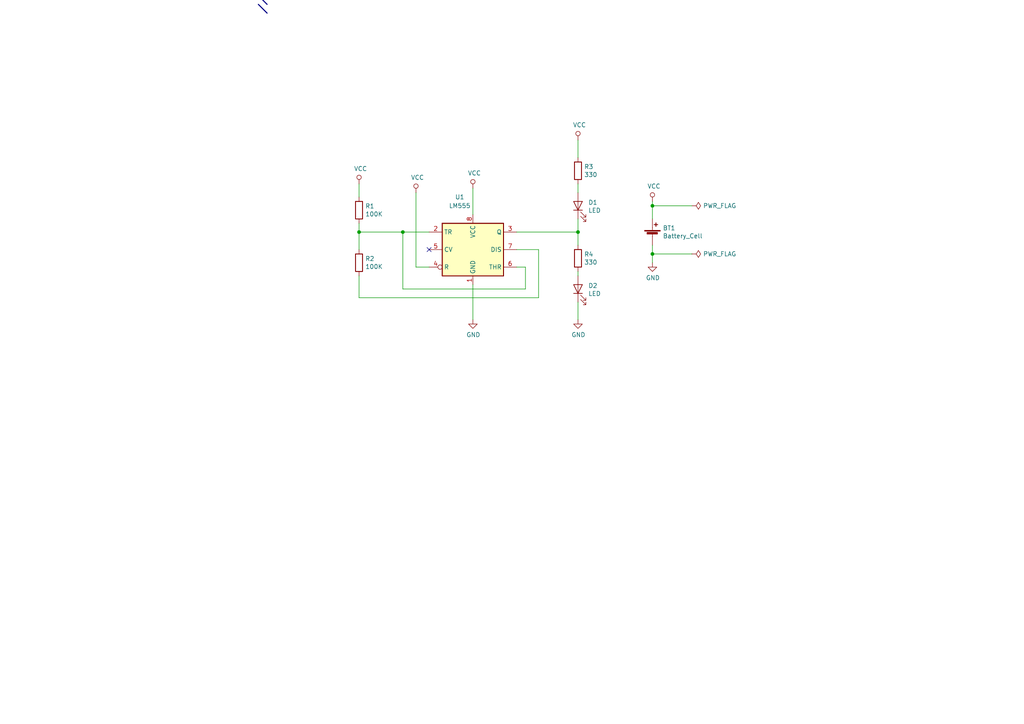
<source format=kicad_sch>
(kicad_sch (version 20211123) (generator eeschema)
  (paper "A4")
  (lib_symbols
    (symbol "555-blinker-rescue:Battery_Cell-Device" (pin_numbers hide) (pin_names (offset 0) hide)
      (property "Reference" "BT" (at 2.54 2.54 0))
      (property "Value" "Battery_Cell-Device" (at 2.54 0 0))
      (symbol "Battery_Cell-Device_0_1"
        (rectangle (start -2.286 1.778) (end 2.286 1.524) (fill (type outline)))
        (rectangle (start -1.5748 1.1938) (end 1.4732 0.6858) (fill (type outline)))
        (polyline (pts (xy 0 0.762) (xy 0 0)))
        (polyline (pts (xy 0 1.778) (xy 0 2.54)))
        (polyline (pts (xy 0.508 3.429) (xy 1.524 3.429)) (stroke (width 0.254)))
        (polyline (pts (xy 1.016 3.937) (xy 1.016 2.921)) (stroke (width 0.254)))
      )
      (symbol "Battery_Cell-Device_1_1"
        (pin passive line (at 0 5.08 270) (length 2.54) (name "+") (number "1"))
        (pin passive line (at 0 -2.54 90) (length 2.54) (name "-") (number "2"))
      )
    )
    (symbol "555-blinker-rescue:GND-power" (power) (pin_names (offset 0))
      (property "Value" "GND-power" (at 0 -3.81 0))
      (symbol "GND-power_0_1"
        (polyline (pts (xy 0 0) (xy 0 -1.27) (xy 1.27 -1.27) (xy 0 -2.54) (xy -1.27 -1.27) (xy 0 -1.27)))
      )
      (symbol "GND-power_1_1"
        (pin power_in line (at 0 0 270) (length 0) hide (name "GND") (number "1"))
      )
    )
    (symbol "555-blinker-rescue:LED-Device" (pin_numbers hide) (pin_names (offset 1.016) hide)
      (property "Reference" "D" (at 0 2.54 0))
      (property "Value" "LED-Device" (at 0 -2.54 0))
      (symbol "LED-Device_0_1"
        (polyline (pts (xy -1.27 -1.27) (xy -1.27 1.27)) (stroke (width 0.2032)))
        (polyline (pts (xy -1.27 0) (xy 1.27 0)))
        (polyline (pts (xy 1.27 -1.27) (xy 1.27 1.27) (xy -1.27 0) (xy 1.27 -1.27)) (stroke (width 0.2032)))
        (polyline (pts (xy -3.048 -0.762) (xy -4.572 -2.286) (xy -3.81 -2.286) (xy -4.572 -2.286) (xy -4.572 -1.524)))
        (polyline (pts (xy -1.778 -0.762) (xy -3.302 -2.286) (xy -2.54 -2.286) (xy -3.302 -2.286) (xy -3.302 -1.524)))
      )
      (symbol "LED-Device_1_1"
        (pin passive line (at -3.81 0 0) (length 2.54) (name "K") (number "1"))
        (pin passive line (at 3.81 0 180) (length 2.54) (name "A") (number "2"))
      )
    )
    (symbol "555-blinker-rescue:LM555-Timer"
      (property "Reference" "U" (at -10.16 8.89 0))
      (property "Value" "LM555-Timer" (at 2.54 8.89 0))
      (symbol "LM555-Timer_0_0"
        (pin power_in line (at 0 -10.16 90) (length 2.54) (name "GND") (number "1"))
        (pin power_in line (at 0 10.16 270) (length 2.54) (name "VCC") (number "8"))
      )
      (symbol "LM555-Timer_0_1"
        (rectangle (start -8.89 -7.62) (end 8.89 7.62) (stroke (width 0.254)) (fill (type background)))
        (rectangle (start -8.89 -7.62) (end 8.89 7.62) (stroke (width 0.254)) (fill (type background)))
      )
      (symbol "LM555-Timer_1_1"
        (pin input line (at -12.7 5.08 0) (length 3.81) (name "TR") (number "2"))
        (pin output line (at 12.7 5.08 180) (length 3.81) (name "Q") (number "3"))
        (pin input inverted (at -12.7 -5.08 0) (length 3.81) (name "R") (number "4"))
        (pin input line (at -12.7 0 0) (length 3.81) (name "CV") (number "5"))
        (pin input line (at 12.7 -5.08 180) (length 3.81) (name "THR") (number "6"))
        (pin input line (at 12.7 0 180) (length 3.81) (name "DIS") (number "7"))
      )
    )
    (symbol "555-blinker-rescue:PWR_FLAG-power" (power) (pin_numbers hide) (pin_names (offset 0) hide)
      (property "Value" "PWR_FLAG-power" (at 0 3.81 0))
      (symbol "PWR_FLAG-power_0_0"
        (pin power_out line (at 0 0 90) (length 0) (name "pwr") (number "1"))
      )
      (symbol "PWR_FLAG-power_0_1"
        (polyline (pts (xy 0 0) (xy 0 1.27) (xy -1.016 1.905) (xy 0 2.54) (xy 1.016 1.905) (xy 0 1.27)))
      )
    )
    (symbol "555-blinker-rescue:R-Device" (pin_numbers hide) (pin_names (offset 0))
      (property "Reference" "R" (at 2.032 0 90))
      (property "Value" "R-Device" (at 0 0 90))
      (symbol "R-Device_0_1"
        (rectangle (start -1.016 -2.54) (end 1.016 2.54) (stroke (width 0.254)))
      )
      (symbol "R-Device_1_1"
        (pin passive line (at 0 3.81 270) (length 1.27) (name "~") (number "1"))
        (pin passive line (at 0 -3.81 90) (length 1.27) (name "~") (number "2"))
      )
    )
    (symbol "555-blinker-rescue:VCC-power" (power) (pin_names (offset 0))
      (property "Value" "VCC-power" (at 0 3.81 0))
      (symbol "VCC-power_0_1"
        (polyline (pts (xy 0 0) (xy 0 1.27)))
        (circle (center 0 1.905) (radius 0.635))
      )
      (symbol "VCC-power_1_1"
        (pin power_in line (at 0 0 90) (length 0) hide (name "VCC") (number "1"))
      )
    )
  )
  (junction (at 189.23 73.66))
  (junction (at 104.14 67.31))
  (junction (at 116.84 67.31))
  (junction (at 189.23 59.69))
  (junction (at 167.64 67.31))
  (no_connect (at 124.46 72.39))
  (wire (pts (xy 149.86 67.31) (xy 167.64 67.31)))
  (wire (pts (xy 167.64 63.5) (xy 167.64 67.31)))
  (wire (pts (xy 149.86 72.39) (xy 156.21 72.39)))
  (wire (pts (xy 167.64 40.64) (xy 167.64 45.72)))
  (wire (pts (xy 156.21 72.39) (xy 156.21 86.36)))
  (wire (pts (xy 152.4 77.47) (xy 152.4 83.82)))
  (bus (pts (xy 74.93 -1.27) (xy 77.47 1.27)))
  (wire (pts (xy 167.64 67.31) (xy 167.64 71.12)))
  (wire (pts (xy 152.4 83.82) (xy 116.84 83.82)))
  (wire (pts (xy 189.23 71.12) (xy 189.23 73.66)))
  (wire (pts (xy 189.23 73.66) (xy 189.23 76.2)))
  (wire (pts (xy 167.64 78.74) (xy 167.64 80.01)))
  (bus (pts (xy 74.93 1.27) (xy 77.47 3.81)))
  (wire (pts (xy 137.16 54.61) (xy 137.16 62.23)))
  (wire (pts (xy 124.46 67.31) (xy 116.84 67.31)))
  (wire (pts (xy 189.23 59.69) (xy 189.23 63.5)))
  (wire (pts (xy 104.14 53.34) (xy 104.14 57.15)))
  (wire (pts (xy 120.65 77.47) (xy 124.46 77.47)))
  (wire (pts (xy 104.14 67.31) (xy 104.14 72.39)))
  (bus (pts (xy 74.93 -3.81) (xy 77.47 -1.27)))
  (wire (pts (xy 120.65 55.88) (xy 120.65 77.47)))
  (wire (pts (xy 149.86 77.47) (xy 152.4 77.47)))
  (wire (pts (xy 137.16 82.55) (xy 137.16 92.71)))
  (wire (pts (xy 200.66 59.69) (xy 189.23 59.69)))
  (wire (pts (xy 104.14 64.77) (xy 104.14 67.31)))
  (wire (pts (xy 116.84 67.31) (xy 116.84 83.82)))
  (wire (pts (xy 200.66 73.66) (xy 189.23 73.66)))
  (wire (pts (xy 189.23 58.42) (xy 189.23 59.69)))
  (wire (pts (xy 104.14 86.36) (xy 104.14 80.01)))
  (wire (pts (xy 156.21 86.36) (xy 104.14 86.36)))
  (wire (pts (xy 167.64 87.63) (xy 167.64 92.71)))
  (wire (pts (xy 116.84 67.31) (xy 104.14 67.31)))
  (wire (pts (xy 167.64 53.34) (xy 167.64 55.88)))
  (symbol (lib_id "555-blinker-rescue:LM555-Timer") (at 137.16 72.39 0) (unit 1)
    (property "Reference" "U1" (at 133.35 57.15 0))
    (property "Value" "LM555" (at 133.35 59.69 0))
    (property "Footprint" "Package_DIP:DIP-8_W7.62mm" (effects hide))
    (property "Datasheet" "http://www.ti.com/lit/ds/symlink/lm555.pdf" (effects hide))
  )
  (symbol (lib_id "555-blinker-rescue:R-Device") (at 104.14 60.96 0) (unit 1)
    (property "Reference" "R1" (at 105.918 59.7916 0) (effects (justify left)))
    (property "Value" "100K" (at 105.918 62.103 0) (effects (justify left)))
    (property "Footprint" "Resistor_THT:R_Axial_DIN0204_L3.6mm_D1.6mm_P5.08mm_Horizontal" (effects hide))
  )
  (symbol (lib_id "555-blinker-rescue:R-Device") (at 104.14 76.2 0) (unit 1)
    (property "Reference" "R2" (at 105.918 75.0316 0) (effects (justify left)))
    (property "Value" "100K" (at 105.918 77.343 0) (effects (justify left)))
    (property "Footprint" "Resistor_THT:R_Axial_DIN0204_L3.6mm_D1.6mm_P5.08mm_Horizontal" (effects hide))
  )
  (symbol (lib_id "555-blinker-rescue:R-Device") (at 167.64 49.53 0) (unit 1)
    (property "Reference" "R3" (at 169.418 48.3616 0) (effects (justify left)))
    (property "Value" "330" (at 169.418 50.673 0) (effects (justify left)))
    (property "Footprint" "Resistor_THT:R_Axial_DIN0204_L3.6mm_D1.6mm_P5.08mm_Horizontal" (effects hide))
  )
  (symbol (lib_id "555-blinker-rescue:R-Device") (at 167.64 74.93 0) (unit 1)
    (property "Reference" "R4" (at 169.418 73.7616 0) (effects (justify left)))
    (property "Value" "330" (at 169.418 76.073 0) (effects (justify left)))
    (property "Footprint" "Resistor_THT:R_Axial_DIN0204_L3.6mm_D1.6mm_P5.08mm_Horizontal" (effects hide))
  )
  (symbol (lib_id "555-blinker-rescue:LED-Device") (at 167.64 83.82 90) (unit 1)
    (property "Reference" "D2" (at 170.6118 82.8548 90) (effects (justify right)))
    (property "Value" "LED" (at 170.6118 85.1662 90) (effects (justify right)))
    (property "Footprint" "LED_THT:LED_D3.0mm" (effects hide))
  )
  (symbol (lib_id "555-blinker-rescue:LED-Device") (at 167.64 59.69 90) (unit 1)
    (property "Reference" "D1" (at 170.6118 58.7248 90) (effects (justify right)))
    (property "Value" "LED" (at 170.6118 61.0362 90) (effects (justify right)))
    (property "Footprint" "LED_THT:LED_D3.0mm" (effects hide))
  )
  (symbol (lib_id "555-blinker-rescue:VCC-power") (at 104.14 53.34 0) (unit 1)
    (property "Reference" "#PWR0101" (effects hide))
    (property "Value" "VCC" (at 104.5718 48.9458 0))
  )
  (symbol (lib_id "555-blinker-rescue:VCC-power") (at 137.16 54.61 0) (unit 1)
    (property "Reference" "#PWR0102" (effects hide))
    (property "Value" "VCC" (at 137.5918 50.2158 0))
  )
  (symbol (lib_id "555-blinker-rescue:VCC-power") (at 120.65 55.88 0) (unit 1)
    (property "Reference" "#PWR0103" (effects hide))
    (property "Value" "VCC" (at 121.0818 51.4858 0))
  )
  (symbol (lib_id "555-blinker-rescue:VCC-power") (at 167.64 40.64 0) (unit 1)
    (property "Reference" "#PWR0104" (effects hide))
    (property "Value" "VCC" (at 168.0718 36.2458 0))
  )
  (symbol (lib_id "555-blinker-rescue:GND-power") (at 137.16 92.71 0) (unit 1)
    (property "Reference" "#PWR0105" (effects hide))
    (property "Value" "GND" (at 137.287 97.1042 0))
  )
  (symbol (lib_id "555-blinker-rescue:GND-power") (at 167.64 92.71 0) (unit 1)
    (property "Reference" "#PWR0106" (effects hide))
    (property "Value" "GND" (at 167.767 97.1042 0))
  )
  (symbol (lib_id "555-blinker-rescue:Battery_Cell-Device") (at 189.23 68.58 0) (unit 1)
    (property "Reference" "BT1" (at 192.2272 66.1416 0) (effects (justify left)))
    (property "Value" "Battery_Cell" (at 192.2272 68.453 0) (effects (justify left)))
    (property "Footprint" "Connector_PinHeader_2.54mm:PinHeader_1x02_P2.54mm_Horizontal" (effects hide))
  )
  (symbol (lib_id "555-blinker-rescue:VCC-power") (at 189.23 58.42 0) (unit 1)
    (property "Reference" "#PWR0107" (effects hide))
    (property "Value" "VCC" (at 189.6618 54.0258 0))
  )
  (symbol (lib_id "555-blinker-rescue:GND-power") (at 189.23 76.2 0) (unit 1)
    (property "Reference" "#PWR0108" (effects hide))
    (property "Value" "GND" (at 189.357 80.5942 0))
  )
  (symbol (lib_id "555-blinker-rescue:PWR_FLAG-power") (at 200.66 59.69 270) (unit 1)
    (property "Reference" "#FLG0101" (effects hide))
    (property "Value" "PWR_FLAG" (at 203.9112 59.69 90) (effects (justify left)))
  )
  (symbol (lib_id "555-blinker-rescue:PWR_FLAG-power") (at 200.66 73.66 270) (unit 1)
    (property "Reference" "#FLG0102" (effects hide))
    (property "Value" "PWR_FLAG" (at 203.9112 73.66 90) (effects (justify left)))
  )
)
</source>
